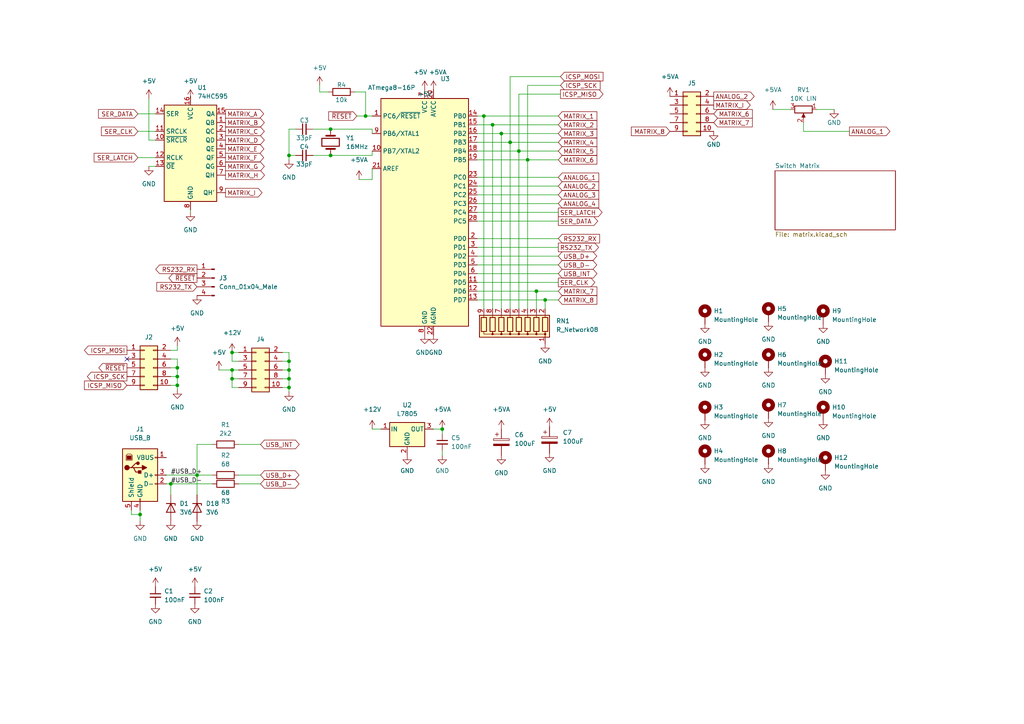
<source format=kicad_sch>
(kicad_sch (version 20230121) (generator eeschema)
  (paper "A4")
  (lib_symbols
    (symbol "74xx:74HC595"
      (property "Reference" "U" (at -7.62 13.97 0))
      (property "Value" "74HC595" (at -7.62 -16.51 0))
      (symbol "74HC595_1_0"
        (pin tri_state line (at 10.16 7.62 180) (length 2.54) (name "QB") (number "1"))
        (pin input line (at -10.16 2.54 0) (length 2.54) (name "~{SRCLR}") (number "10"))
        (pin input line (at -10.16 5.08 0) (length 2.54) (name "SRCLK") (number "11"))
        (pin input line (at -10.16 -2.54 0) (length 2.54) (name "RCLK") (number "12"))
        (pin input line (at -10.16 -5.08 0) (length 2.54) (name "~{OE}") (number "13"))
        (pin input line (at -10.16 10.16 0) (length 2.54) (name "SER") (number "14"))
        (pin tri_state line (at 10.16 10.16 180) (length 2.54) (name "QA") (number "15"))
        (pin power_in line (at 0 15.24 270) (length 2.54) (name "VCC") (number "16"))
        (pin tri_state line (at 10.16 5.08 180) (length 2.54) (name "QC") (number "2"))
        (pin tri_state line (at 10.16 2.54 180) (length 2.54) (name "QD") (number "3"))
        (pin tri_state line (at 10.16 0 180) (length 2.54) (name "QE") (number "4"))
        (pin tri_state line (at 10.16 -2.54 180) (length 2.54) (name "QF") (number "5"))
        (pin tri_state line (at 10.16 -5.08 180) (length 2.54) (name "QG") (number "6"))
        (pin tri_state line (at 10.16 -7.62 180) (length 2.54) (name "QH") (number "7"))
        (pin power_in line (at 0 -17.78 90) (length 2.54) (name "GND") (number "8"))
        (pin output line (at 10.16 -12.7 180) (length 2.54) (name "QH'") (number "9"))
      )
      (symbol "74HC595_1_1"
        (rectangle (start -7.62 12.7) (end 7.62 -15.24) (stroke (width 0.254)) (fill (type background)))
      )
    )
    (symbol "Connector:Conn_01x04_Male" (pin_names (offset 1.016) hide)
      (property "Reference" "J" (at 0 5.08 0))
      (property "Value" "Conn_01x04_Male" (at 0 -7.62 0))
      (symbol "Conn_01x04_Male_1_1"
        (polyline (pts (xy 1.27 -5.08) (xy 0.8636 -5.08)) (stroke (width 0.1524)))
        (polyline (pts (xy 1.27 -2.54) (xy 0.8636 -2.54)) (stroke (width 0.1524)))
        (polyline (pts (xy 1.27 0) (xy 0.8636 0)) (stroke (width 0.1524)))
        (polyline (pts (xy 1.27 2.54) (xy 0.8636 2.54)) (stroke (width 0.1524)))
        (rectangle (start 0.8636 -4.953) (end 0 -5.207) (stroke (width 0.1524)) (fill (type outline)))
        (rectangle (start 0.8636 -2.413) (end 0 -2.667) (stroke (width 0.1524)) (fill (type outline)))
        (rectangle (start 0.8636 0.127) (end 0 -0.127) (stroke (width 0.1524)) (fill (type outline)))
        (rectangle (start 0.8636 2.667) (end 0 2.413) (stroke (width 0.1524)) (fill (type outline)))
        (pin passive line (at 5.08 2.54 180) (length 3.81) (name "Pin_1") (number "1"))
        (pin passive line (at 5.08 0 180) (length 3.81) (name "Pin_2") (number "2"))
        (pin passive line (at 5.08 -2.54 180) (length 3.81) (name "Pin_3") (number "3"))
        (pin passive line (at 5.08 -5.08 180) (length 3.81) (name "Pin_4") (number "4"))
      )
    )
    (symbol "Connector:USB_B" (pin_names (offset 1.016))
      (property "Reference" "J" (at -5.08 11.43 0))
      (property "Value" "USB_B" (at -5.08 8.89 0))
      (symbol "USB_B_0_1"
        (rectangle (start -5.08 -7.62) (end 5.08 7.62) (stroke (width 0.254)) (fill (type background)))
        (circle (center -3.81 2.159) (radius 0.635) (stroke (width 0.254)) (fill (type outline)))
        (rectangle (start -3.81 5.588) (end -2.54 4.572) (fill (type outline)))
        (circle (center -0.635 3.429) (radius 0.381) (stroke (width 0.254)) (fill (type outline)))
        (rectangle (start -0.127 -7.62) (end 0.127 -6.858))
        (polyline (pts (xy -1.905 2.159) (xy 0.635 2.159)) (stroke (width 0.254)))
        (polyline (pts (xy -3.175 2.159) (xy -2.54 2.159) (xy -1.27 3.429) (xy -0.635 3.429)) (stroke (width 0.254)))
        (polyline (pts (xy -2.54 2.159) (xy -1.905 2.159) (xy -1.27 0.889) (xy 0 0.889)) (stroke (width 0.254)))
        (polyline (pts (xy 0.635 2.794) (xy 0.635 1.524) (xy 1.905 2.159) (xy 0.635 2.794)) (stroke (width 0.254)) (fill (type outline)))
        (polyline (pts (xy -4.064 4.318) (xy -2.286 4.318) (xy -2.286 5.715) (xy -2.667 6.096) (xy -3.683 6.096) (xy -4.064 5.715) (xy -4.064 4.318)))
        (rectangle (start 0.254 1.27) (end -0.508 0.508) (stroke (width 0.254)) (fill (type outline)))
        (rectangle (start 5.08 -2.667) (end 4.318 -2.413))
        (rectangle (start 5.08 -0.127) (end 4.318 0.127))
        (rectangle (start 5.08 4.953) (end 4.318 5.207))
      )
      (symbol "USB_B_1_1"
        (pin power_out line (at 7.62 5.08 180) (length 2.54) (name "VBUS") (number "1"))
        (pin bidirectional line (at 7.62 -2.54 180) (length 2.54) (name "D-") (number "2"))
        (pin bidirectional line (at 7.62 0 180) (length 2.54) (name "D+") (number "3"))
        (pin power_out line (at 0 -10.16 90) (length 2.54) (name "GND") (number "4"))
        (pin passive line (at -2.54 -10.16 90) (length 2.54) (name "Shield") (number "5"))
      )
    )
    (symbol "Connector_Generic:Conn_02x05_Odd_Even" (pin_names (offset 1.016) hide)
      (property "Reference" "J" (at 1.27 7.62 0))
      (property "Value" "Conn_02x05_Odd_Even" (at 1.27 -7.62 0))
      (symbol "Conn_02x05_Odd_Even_1_1"
        (rectangle (start -1.27 -4.953) (end 0 -5.207) (stroke (width 0.1524)))
        (rectangle (start -1.27 -2.413) (end 0 -2.667) (stroke (width 0.1524)))
        (rectangle (start -1.27 0.127) (end 0 -0.127) (stroke (width 0.1524)))
        (rectangle (start -1.27 2.667) (end 0 2.413) (stroke (width 0.1524)))
        (rectangle (start -1.27 5.207) (end 0 4.953) (stroke (width 0.1524)))
        (rectangle (start -1.27 6.35) (end 3.81 -6.35) (stroke (width 0.254)) (fill (type background)))
        (rectangle (start 3.81 -4.953) (end 2.54 -5.207) (stroke (width 0.1524)))
        (rectangle (start 3.81 -2.413) (end 2.54 -2.667) (stroke (width 0.1524)))
        (rectangle (start 3.81 0.127) (end 2.54 -0.127) (stroke (width 0.1524)))
        (rectangle (start 3.81 2.667) (end 2.54 2.413) (stroke (width 0.1524)))
        (rectangle (start 3.81 5.207) (end 2.54 4.953) (stroke (width 0.1524)))
        (pin passive line (at -5.08 5.08 0) (length 3.81) (name "Pin_1") (number "1"))
        (pin passive line (at 7.62 -5.08 180) (length 3.81) (name "Pin_10") (number "10"))
        (pin passive line (at 7.62 5.08 180) (length 3.81) (name "Pin_2") (number "2"))
        (pin passive line (at -5.08 2.54 0) (length 3.81) (name "Pin_3") (number "3"))
        (pin passive line (at 7.62 2.54 180) (length 3.81) (name "Pin_4") (number "4"))
        (pin passive line (at -5.08 0 0) (length 3.81) (name "Pin_5") (number "5"))
        (pin passive line (at 7.62 0 180) (length 3.81) (name "Pin_6") (number "6"))
        (pin passive line (at -5.08 -2.54 0) (length 3.81) (name "Pin_7") (number "7"))
        (pin passive line (at 7.62 -2.54 180) (length 3.81) (name "Pin_8") (number "8"))
        (pin passive line (at -5.08 -5.08 0) (length 3.81) (name "Pin_9") (number "9"))
      )
    )
    (symbol "Device:C_Polarized" (pin_numbers hide) (pin_names (offset 0.254))
      (property "Reference" "C" (at 0.635 2.54 0))
      (property "Value" "C_Polarized" (at 0.635 -2.54 0))
      (symbol "C_Polarized_0_1"
        (rectangle (start -2.286 0.508) (end 2.286 1.016))
        (polyline (pts (xy -1.778 2.286) (xy -0.762 2.286)))
        (polyline (pts (xy -1.27 2.794) (xy -1.27 1.778)))
        (rectangle (start 2.286 -0.508) (end -2.286 -1.016) (fill (type outline)))
      )
      (symbol "C_Polarized_1_1"
        (pin passive line (at 0 3.81 270) (length 2.794) (name "~") (number "1"))
        (pin passive line (at 0 -3.81 90) (length 2.794) (name "~") (number "2"))
      )
    )
    (symbol "Device:C_Small" (pin_numbers hide) (pin_names (offset 0.254) hide)
      (property "Reference" "C" (at 0.254 1.778 0))
      (property "Value" "C_Small" (at 0.254 -2.032 0))
      (symbol "C_Small_0_1"
        (polyline (pts (xy -1.524 -0.508) (xy 1.524 -0.508)) (stroke (width 0.3302)))
        (polyline (pts (xy -1.524 0.508) (xy 1.524 0.508)) (stroke (width 0.3048)))
      )
      (symbol "C_Small_1_1"
        (pin passive line (at 0 2.54 270) (length 2.032) (name "~") (number "1"))
        (pin passive line (at 0 -2.54 90) (length 2.032) (name "~") (number "2"))
      )
    )
    (symbol "Device:Crystal" (pin_numbers hide) (pin_names (offset 1.016) hide)
      (property "Reference" "Y" (at 0 3.81 0))
      (property "Value" "Crystal" (at 0 -3.81 0))
      (symbol "Crystal_0_1"
        (rectangle (start -1.143 2.54) (end 1.143 -2.54) (stroke (width 0.3048)))
        (polyline (pts (xy -2.54 0) (xy -1.905 0)))
        (polyline (pts (xy -1.905 -1.27) (xy -1.905 1.27)) (stroke (width 0.508)))
        (polyline (pts (xy 1.905 -1.27) (xy 1.905 1.27)) (stroke (width 0.508)))
        (polyline (pts (xy 2.54 0) (xy 1.905 0)))
      )
      (symbol "Crystal_1_1"
        (pin passive line (at -3.81 0 0) (length 1.27) (name "1") (number "1"))
        (pin passive line (at 3.81 0 180) (length 1.27) (name "2") (number "2"))
      )
    )
    (symbol "Device:D_Zener" (pin_numbers hide) (pin_names (offset 1.016) hide)
      (property "Reference" "D" (at 0 2.54 0))
      (property "Value" "D_Zener" (at 0 -2.54 0))
      (symbol "D_Zener_0_1"
        (polyline (pts (xy 1.27 0) (xy -1.27 0)))
        (polyline (pts (xy -1.27 -1.27) (xy -1.27 1.27) (xy -0.762 1.27)) (stroke (width 0.254)))
        (polyline (pts (xy 1.27 -1.27) (xy 1.27 1.27) (xy -1.27 0) (xy 1.27 -1.27)) (stroke (width 0.254)))
      )
      (symbol "D_Zener_1_1"
        (pin passive line (at -3.81 0 0) (length 2.54) (name "K") (number "1"))
        (pin passive line (at 3.81 0 180) (length 2.54) (name "A") (number "2"))
      )
    )
    (symbol "Device:R" (pin_numbers hide) (pin_names (offset 0))
      (property "Reference" "R" (at 2.032 0 90))
      (property "Value" "R" (at 0 0 90))
      (symbol "R_0_1"
        (rectangle (start -1.016 -2.54) (end 1.016 2.54) (stroke (width 0.254)))
      )
      (symbol "R_1_1"
        (pin passive line (at 0 3.81 270) (length 1.27) (name "~") (number "1"))
        (pin passive line (at 0 -3.81 90) (length 1.27) (name "~") (number "2"))
      )
    )
    (symbol "Device:R_Network08" (pin_names (offset 0) hide)
      (property "Reference" "RN" (at -12.7 0 90))
      (property "Value" "R_Network08" (at 10.16 0 90))
      (symbol "R_Network08_0_1"
        (rectangle (start -11.43 -3.175) (end 8.89 3.175) (stroke (width 0.254)) (fill (type background)))
        (rectangle (start -10.922 1.524) (end -9.398 -2.54) (stroke (width 0.254)))
        (circle (center -10.16 2.286) (radius 0.254) (fill (type outline)))
        (rectangle (start -8.382 1.524) (end -6.858 -2.54) (stroke (width 0.254)))
        (circle (center -7.62 2.286) (radius 0.254) (fill (type outline)))
        (rectangle (start -5.842 1.524) (end -4.318 -2.54) (stroke (width 0.254)))
        (circle (center -5.08 2.286) (radius 0.254) (fill (type outline)))
        (rectangle (start -3.302 1.524) (end -1.778 -2.54) (stroke (width 0.254)))
        (circle (center -2.54 2.286) (radius 0.254) (fill (type outline)))
        (rectangle (start -0.762 1.524) (end 0.762 -2.54) (stroke (width 0.254)))
        (polyline (pts (xy -10.16 -2.54) (xy -10.16 -3.81)))
        (polyline (pts (xy -7.62 -2.54) (xy -7.62 -3.81)))
        (polyline (pts (xy -5.08 -2.54) (xy -5.08 -3.81)))
        (polyline (pts (xy -2.54 -2.54) (xy -2.54 -3.81)))
        (polyline (pts (xy 0 -2.54) (xy 0 -3.81)))
        (polyline (pts (xy 2.54 -2.54) (xy 2.54 -3.81)))
        (polyline (pts (xy 5.08 -2.54) (xy 5.08 -3.81)))
        (polyline (pts (xy 7.62 -2.54) (xy 7.62 -3.81)))
        (polyline (pts (xy -10.16 1.524) (xy -10.16 2.286) (xy -7.62 2.286) (xy -7.62 1.524)))
        (polyline (pts (xy -7.62 1.524) (xy -7.62 2.286) (xy -5.08 2.286) (xy -5.08 1.524)))
        (polyline (pts (xy -5.08 1.524) (xy -5.08 2.286) (xy -2.54 2.286) (xy -2.54 1.524)))
        (polyline (pts (xy -2.54 1.524) (xy -2.54 2.286) (xy 0 2.286) (xy 0 1.524)))
        (polyline (pts (xy 0 1.524) (xy 0 2.286) (xy 2.54 2.286) (xy 2.54 1.524)))
        (polyline (pts (xy 2.54 1.524) (xy 2.54 2.286) (xy 5.08 2.286) (xy 5.08 1.524)))
        (polyline (pts (xy 5.08 1.524) (xy 5.08 2.286) (xy 7.62 2.286) (xy 7.62 1.524)))
        (circle (center 0 2.286) (radius 0.254) (fill (type outline)))
        (rectangle (start 1.778 1.524) (end 3.302 -2.54) (stroke (width 0.254)))
        (circle (center 2.54 2.286) (radius 0.254) (fill (type outline)))
        (rectangle (start 4.318 1.524) (end 5.842 -2.54) (stroke (width 0.254)))
        (circle (center 5.08 2.286) (radius 0.254) (fill (type outline)))
        (rectangle (start 6.858 1.524) (end 8.382 -2.54) (stroke (width 0.254)))
      )
      (symbol "R_Network08_1_1"
        (pin passive line (at -10.16 5.08 270) (length 2.54) (name "common") (number "1"))
        (pin passive line (at -10.16 -5.08 90) (length 1.27) (name "R1") (number "2"))
        (pin passive line (at -7.62 -5.08 90) (length 1.27) (name "R2") (number "3"))
        (pin passive line (at -5.08 -5.08 90) (length 1.27) (name "R3") (number "4"))
        (pin passive line (at -2.54 -5.08 90) (length 1.27) (name "R4") (number "5"))
        (pin passive line (at 0 -5.08 90) (length 1.27) (name "R5") (number "6"))
        (pin passive line (at 2.54 -5.08 90) (length 1.27) (name "R6") (number "7"))
        (pin passive line (at 5.08 -5.08 90) (length 1.27) (name "R7") (number "8"))
        (pin passive line (at 7.62 -5.08 90) (length 1.27) (name "R8") (number "9"))
      )
    )
    (symbol "Device:R_Potentiometer" (pin_names (offset 1.016) hide)
      (property "Reference" "RV" (at -4.445 0 90))
      (property "Value" "R_Potentiometer" (at -2.54 0 90))
      (symbol "R_Potentiometer_0_1"
        (polyline (pts (xy 2.54 0) (xy 1.524 0)))
        (polyline (pts (xy 1.143 0) (xy 2.286 0.508) (xy 2.286 -0.508) (xy 1.143 0)) (fill (type outline)))
        (rectangle (start 1.016 2.54) (end -1.016 -2.54) (stroke (width 0.254)))
      )
      (symbol "R_Potentiometer_1_1"
        (pin passive line (at 0 3.81 270) (length 1.27) (name "1") (number "1"))
        (pin passive line (at 3.81 0 180) (length 1.27) (name "2") (number "2"))
        (pin passive line (at 0 -3.81 90) (length 1.27) (name "3") (number "3"))
      )
    )
    (symbol "MCU_Microchip_ATmega:ATmega8-16P"
      (property "Reference" "U" (at -12.7 34.29 0))
      (property "Value" "ATmega8-16P" (at 5.08 -34.29 0))
      (symbol "ATmega8-16P_0_1"
        (rectangle (start -12.7 -33.02) (end 12.7 33.02) (stroke (width 0.254)) (fill (type background)))
      )
      (symbol "ATmega8-16P_1_1"
        (pin bidirectional line (at -15.24 27.94 0) (length 2.54) (name "PC6/~{RESET}") (number "1"))
        (pin bidirectional line (at -15.24 17.78 0) (length 2.54) (name "PB7/XTAL2") (number "10"))
        (pin bidirectional line (at 15.24 -20.32 180) (length 2.54) (name "PD5") (number "11"))
        (pin bidirectional line (at 15.24 -22.86 180) (length 2.54) (name "PD6") (number "12"))
        (pin bidirectional line (at 15.24 -25.4 180) (length 2.54) (name "PD7") (number "13"))
        (pin bidirectional line (at 15.24 27.94 180) (length 2.54) (name "PB0") (number "14"))
        (pin bidirectional line (at 15.24 25.4 180) (length 2.54) (name "PB1") (number "15"))
        (pin bidirectional line (at 15.24 22.86 180) (length 2.54) (name "PB2") (number "16"))
        (pin bidirectional line (at 15.24 20.32 180) (length 2.54) (name "PB3") (number "17"))
        (pin bidirectional line (at 15.24 17.78 180) (length 2.54) (name "PB4") (number "18"))
        (pin bidirectional line (at 15.24 15.24 180) (length 2.54) (name "PB5") (number "19"))
        (pin bidirectional line (at 15.24 -7.62 180) (length 2.54) (name "PD0") (number "2"))
        (pin power_in line (at 2.54 35.56 270) (length 2.54) (name "AVCC") (number "20"))
        (pin passive line (at -15.24 12.7 0) (length 2.54) (name "AREF") (number "21"))
        (pin power_in line (at 2.54 -35.56 90) (length 2.54) (name "AGND") (number "22"))
        (pin bidirectional line (at 15.24 10.16 180) (length 2.54) (name "PC0") (number "23"))
        (pin bidirectional line (at 15.24 7.62 180) (length 2.54) (name "PC1") (number "24"))
        (pin bidirectional line (at 15.24 5.08 180) (length 2.54) (name "PC2") (number "25"))
        (pin bidirectional line (at 15.24 2.54 180) (length 2.54) (name "PC3") (number "26"))
        (pin bidirectional line (at 15.24 0 180) (length 2.54) (name "PC4") (number "27"))
        (pin bidirectional line (at 15.24 -2.54 180) (length 2.54) (name "PC5") (number "28"))
        (pin bidirectional line (at 15.24 -10.16 180) (length 2.54) (name "PD1") (number "3"))
        (pin bidirectional line (at 15.24 -12.7 180) (length 2.54) (name "PD2") (number "4"))
        (pin bidirectional line (at 15.24 -15.24 180) (length 2.54) (name "PD3") (number "5"))
        (pin bidirectional line (at 15.24 -17.78 180) (length 2.54) (name "PD4") (number "6"))
        (pin power_in line (at 0 35.56 270) (length 2.54) (name "VCC") (number "7"))
        (pin power_in line (at 0 -35.56 90) (length 2.54) (name "GND") (number "8"))
        (pin bidirectional line (at -15.24 22.86 0) (length 2.54) (name "PB6/XTAL1") (number "9"))
      )
    )
    (symbol "Mechanical:MountingHole_Pad" (pin_numbers hide) (pin_names (offset 1.016) hide)
      (property "Reference" "H" (at 0 6.35 0))
      (property "Value" "MountingHole_Pad" (at 0 4.445 0))
      (symbol "MountingHole_Pad_0_1"
        (circle (center 0 1.27) (radius 1.27) (stroke (width 1.27)))
      )
      (symbol "MountingHole_Pad_1_1"
        (pin input line (at 0 -2.54 90) (length 2.54) (name "1") (number "1"))
      )
    )
    (symbol "Regulator_Linear:L7805" (pin_names (offset 0.254))
      (property "Reference" "U" (at -3.81 3.175 0))
      (property "Value" "L7805" (at 0 3.175 0))
      (symbol "L7805_0_1"
        (rectangle (start -5.08 1.905) (end 5.08 -5.08) (stroke (width 0.254)) (fill (type background)))
      )
      (symbol "L7805_1_1"
        (pin power_in line (at -7.62 0 0) (length 2.54) (name "IN") (number "1"))
        (pin power_in line (at 0 -7.62 90) (length 2.54) (name "GND") (number "2"))
        (pin power_out line (at 7.62 0 180) (length 2.54) (name "OUT") (number "3"))
      )
    )
    (symbol "power:+12V" (power) (pin_names (offset 0))
      (property "Value" "+12V" (at 0 3.556 0))
      (symbol "+12V_0_1"
        (polyline (pts (xy -0.762 1.27) (xy 0 2.54)))
        (polyline (pts (xy 0 0) (xy 0 2.54)))
        (polyline (pts (xy 0 2.54) (xy 0.762 1.27)))
      )
      (symbol "+12V_1_1"
        (pin power_in line (at 0 0 90) (length 0) hide (name "+12V") (number "1"))
      )
    )
    (symbol "power:+5V" (power) (pin_names (offset 0))
      (property "Value" "+5V" (at 0 3.556 0))
      (symbol "+5V_0_1"
        (polyline (pts (xy -0.762 1.27) (xy 0 2.54)))
        (polyline (pts (xy 0 0) (xy 0 2.54)))
        (polyline (pts (xy 0 2.54) (xy 0.762 1.27)))
      )
      (symbol "+5V_1_1"
        (pin power_in line (at 0 0 90) (length 0) hide (name "+5V") (number "1"))
      )
    )
    (symbol "power:+5VA" (power) (pin_names (offset 0))
      (property "Value" "+5VA" (at 0 3.556 0))
      (symbol "+5VA_0_1"
        (polyline (pts (xy -0.762 1.27) (xy 0 2.54)))
        (polyline (pts (xy 0 0) (xy 0 2.54)))
        (polyline (pts (xy 0 2.54) (xy 0.762 1.27)))
      )
      (symbol "+5VA_1_1"
        (pin power_in line (at 0 0 90) (length 0) hide (name "+5VA") (number "1"))
      )
    )
    (symbol "power:GND" (power) (pin_names (offset 0))
      (property "Value" "GND" (at 0 -3.81 0))
      (symbol "GND_0_1"
        (polyline (pts (xy 0 0) (xy 0 -1.27) (xy 1.27 -1.27) (xy 0 -2.54) (xy -1.27 -1.27) (xy 0 -1.27)))
      )
      (symbol "GND_1_1"
        (pin power_in line (at 0 0 270) (length 0) hide (name "GND") (number "1"))
      )
    )
  )
  (junction (at 51.435 111.76))
  (junction (at 155.575 84.455))
  (junction (at 83.82 104.775))
  (junction (at 40.64 149.225))
  (junction (at 140.335 33.655))
  (junction (at 150.495 43.815))
  (junction (at 67.31 109.855))
  (junction (at 128.27 124.46))
  (junction (at 57.15 137.795))
  (junction (at 83.82 109.855))
  (junction (at 83.82 112.395))
  (junction (at 67.31 102.235))
  (junction (at 106.045 33.655))
  (junction (at 95.885 37.465))
  (junction (at 147.955 41.275))
  (junction (at 153.035 46.355))
  (junction (at 67.31 107.315))
  (junction (at 142.875 36.195))
  (junction (at 95.885 45.085))
  (junction (at 158.115 86.995))
  (junction (at 83.82 107.315))
  (junction (at 51.435 106.68))
  (junction (at 145.415 38.735))
  (junction (at 49.53 140.335))
  (junction (at 83.82 45.085))
  (junction (at 51.435 109.22))
  (no_connect (at 36.83 104.14))
  (wire (pts (xy 153.035 46.355) (xy 153.035 89.535)))
  (wire (pts (xy 43.18 40.64) (xy 45.085 40.64)))
  (wire (pts (xy 90.805 45.085) (xy 95.885 45.085)))
  (wire (pts (xy 107.95 45.085) (xy 107.95 43.815)))
  (wire (pts (xy 153.035 24.765) (xy 162.56 24.765)))
  (wire (pts (xy 161.925 53.975) (xy 138.43 53.975)))
  (wire (pts (xy 63.5 107.315) (xy 67.31 107.315)))
  (wire (pts (xy 49.53 140.335) (xy 49.53 143.51)))
  (wire (pts (xy 49.53 140.335) (xy 48.26 140.335)))
  (wire (pts (xy 40.005 33.02) (xy 45.085 33.02)))
  (wire (pts (xy 155.575 84.455) (xy 138.43 84.455)))
  (wire (pts (xy 224.155 31.75) (xy 229.235 31.75)))
  (wire (pts (xy 67.31 109.855) (xy 67.31 112.395)))
  (wire (pts (xy 107.95 37.465) (xy 107.95 38.735)))
  (wire (pts (xy 49.53 101.6) (xy 51.435 101.6)))
  (wire (pts (xy 83.82 37.465) (xy 85.725 37.465)))
  (wire (pts (xy 150.495 43.815) (xy 150.495 27.305)))
  (wire (pts (xy 103.505 33.655) (xy 106.045 33.655)))
  (wire (pts (xy 81.915 109.855) (xy 83.82 109.855)))
  (wire (pts (xy 49.53 106.68) (xy 51.435 106.68)))
  (wire (pts (xy 95.885 37.465) (xy 107.95 37.465)))
  (wire (pts (xy 67.31 104.775) (xy 69.215 104.775)))
  (wire (pts (xy 67.31 109.855) (xy 69.215 109.855)))
  (wire (pts (xy 150.495 27.305) (xy 162.56 27.305)))
  (wire (pts (xy 75.565 137.795) (xy 69.215 137.795)))
  (wire (pts (xy 128.27 125.73) (xy 128.27 124.46)))
  (wire (pts (xy 161.925 43.815) (xy 150.495 43.815)))
  (wire (pts (xy 246.38 38.1) (xy 233.045 38.1)))
  (wire (pts (xy 107.95 52.07) (xy 107.95 48.895)))
  (wire (pts (xy 57.15 128.905) (xy 61.595 128.905)))
  (wire (pts (xy 75.565 140.335) (xy 69.215 140.335)))
  (wire (pts (xy 51.435 109.22) (xy 51.435 111.76)))
  (wire (pts (xy 81.915 112.395) (xy 83.82 112.395)))
  (wire (pts (xy 145.415 38.735) (xy 138.43 38.735)))
  (wire (pts (xy 153.035 46.355) (xy 138.43 46.355)))
  (wire (pts (xy 40.64 149.225) (xy 40.64 147.955)))
  (wire (pts (xy 150.495 43.815) (xy 138.43 43.815)))
  (wire (pts (xy 233.045 38.1) (xy 233.045 35.56)))
  (wire (pts (xy 241.935 31.75) (xy 236.855 31.75)))
  (wire (pts (xy 83.82 45.085) (xy 85.725 45.085)))
  (wire (pts (xy 51.435 101.6) (xy 51.435 100.33)))
  (wire (pts (xy 69.215 102.235) (xy 67.31 102.235)))
  (wire (pts (xy 61.595 137.795) (xy 57.15 137.795)))
  (wire (pts (xy 161.925 51.435) (xy 138.43 51.435)))
  (wire (pts (xy 67.31 107.315) (xy 67.31 109.855)))
  (wire (pts (xy 83.82 104.775) (xy 83.82 107.315)))
  (wire (pts (xy 83.82 102.235) (xy 83.82 104.775)))
  (wire (pts (xy 95.885 45.085) (xy 107.95 45.085)))
  (wire (pts (xy 142.875 36.195) (xy 138.43 36.195)))
  (wire (pts (xy 40.64 149.225) (xy 38.1 149.225)))
  (wire (pts (xy 107.95 124.46) (xy 110.49 124.46)))
  (wire (pts (xy 128.27 124.46) (xy 125.73 124.46)))
  (wire (pts (xy 145.415 38.735) (xy 145.415 89.535)))
  (wire (pts (xy 40.005 38.1) (xy 45.085 38.1)))
  (wire (pts (xy 138.43 56.515) (xy 161.925 56.515)))
  (wire (pts (xy 83.82 46.355) (xy 83.82 45.085)))
  (wire (pts (xy 155.575 84.455) (xy 155.575 89.535)))
  (wire (pts (xy 81.915 102.235) (xy 83.82 102.235)))
  (wire (pts (xy 49.53 111.76) (xy 51.435 111.76)))
  (wire (pts (xy 142.875 36.195) (xy 142.875 89.535)))
  (wire (pts (xy 161.925 86.995) (xy 158.115 86.995)))
  (wire (pts (xy 104.14 52.07) (xy 107.95 52.07)))
  (wire (pts (xy 83.82 112.395) (xy 83.82 113.665)))
  (wire (pts (xy 161.925 81.915) (xy 138.43 81.915)))
  (wire (pts (xy 106.045 33.655) (xy 107.95 33.655)))
  (wire (pts (xy 57.15 137.795) (xy 48.26 137.795)))
  (wire (pts (xy 95.25 26.67) (xy 92.71 26.67)))
  (wire (pts (xy 51.435 106.68) (xy 51.435 109.22)))
  (wire (pts (xy 161.925 36.195) (xy 142.875 36.195)))
  (wire (pts (xy 92.71 24.765) (xy 92.71 26.67)))
  (wire (pts (xy 147.955 41.275) (xy 138.43 41.275)))
  (wire (pts (xy 57.15 137.795) (xy 57.15 143.51)))
  (wire (pts (xy 138.43 76.835) (xy 161.925 76.835)))
  (wire (pts (xy 147.955 41.275) (xy 147.955 89.535)))
  (wire (pts (xy 138.43 69.215) (xy 161.925 69.215)))
  (wire (pts (xy 128.27 132.08) (xy 128.27 130.81)))
  (wire (pts (xy 102.87 26.67) (xy 106.045 26.67)))
  (wire (pts (xy 161.925 64.135) (xy 138.43 64.135)))
  (wire (pts (xy 161.925 46.355) (xy 153.035 46.355)))
  (wire (pts (xy 153.035 46.355) (xy 153.035 24.765)))
  (wire (pts (xy 161.925 71.755) (xy 138.43 71.755)))
  (wire (pts (xy 55.245 60.96) (xy 55.245 61.595)))
  (wire (pts (xy 140.335 33.655) (xy 138.43 33.655)))
  (wire (pts (xy 67.31 107.315) (xy 69.215 107.315)))
  (wire (pts (xy 147.955 22.225) (xy 162.56 22.225)))
  (wire (pts (xy 106.045 26.67) (xy 106.045 33.655)))
  (wire (pts (xy 49.53 109.22) (xy 51.435 109.22)))
  (wire (pts (xy 161.925 38.735) (xy 145.415 38.735)))
  (wire (pts (xy 49.53 104.14) (xy 51.435 104.14)))
  (wire (pts (xy 158.115 86.995) (xy 138.43 86.995)))
  (wire (pts (xy 57.15 137.795) (xy 57.15 128.905)))
  (wire (pts (xy 150.495 43.815) (xy 150.495 89.535)))
  (wire (pts (xy 40.64 151.13) (xy 40.64 149.225)))
  (wire (pts (xy 147.955 41.275) (xy 147.955 22.225)))
  (wire (pts (xy 83.82 45.085) (xy 83.82 37.465)))
  (wire (pts (xy 161.925 84.455) (xy 155.575 84.455)))
  (wire (pts (xy 51.435 104.14) (xy 51.435 106.68)))
  (wire (pts (xy 81.915 104.775) (xy 83.82 104.775)))
  (wire (pts (xy 161.925 41.275) (xy 147.955 41.275)))
  (wire (pts (xy 38.1 149.225) (xy 38.1 147.955)))
  (wire (pts (xy 51.435 111.76) (xy 51.435 113.03)))
  (wire (pts (xy 67.31 102.235) (xy 67.31 104.775)))
  (wire (pts (xy 43.18 28.575) (xy 43.18 40.64)))
  (wire (pts (xy 55.245 27.94) (xy 55.245 28.575)))
  (wire (pts (xy 140.335 33.655) (xy 140.335 89.535)))
  (wire (pts (xy 40.005 45.72) (xy 45.085 45.72)))
  (wire (pts (xy 161.925 61.595) (xy 138.43 61.595)))
  (wire (pts (xy 161.925 33.655) (xy 140.335 33.655)))
  (wire (pts (xy 61.595 140.335) (xy 49.53 140.335)))
  (wire (pts (xy 83.82 109.855) (xy 83.82 112.395)))
  (wire (pts (xy 69.215 128.905) (xy 75.565 128.905)))
  (wire (pts (xy 83.82 107.315) (xy 83.82 109.855)))
  (wire (pts (xy 158.115 86.995) (xy 158.115 89.535)))
  (wire (pts (xy 81.915 107.315) (xy 83.82 107.315)))
  (wire (pts (xy 43.18 48.26) (xy 45.085 48.26)))
  (wire (pts (xy 138.43 79.375) (xy 161.925 79.375)))
  (wire (pts (xy 138.43 74.295) (xy 161.925 74.295)))
  (wire (pts (xy 90.805 37.465) (xy 95.885 37.465)))
  (wire (pts (xy 67.31 112.395) (xy 69.215 112.395)))
  (wire (pts (xy 161.925 59.055) (xy 138.43 59.055)))
  (label "#USB_D-" (at 49.53 140.335 0))
  (label "#USB_D+" (at 49.53 137.795 0))
  (global_label "ICSP_MOSI" (shape input) (at 162.56 22.225 0) (property "Intersheetrefs" "${INTERSHEET_REFS}" (effects hide)))
  (global_label "RS232_TX" (shape output) (at 161.925 71.755 0) (property "Intersheetrefs" "${INTERSHEET_REFS}" (effects hide)))
  (global_label "RS232_RX" (shape input) (at 161.925 69.215 0) (property "Intersheetrefs" "${INTERSHEET_REFS}" (effects hide)))
  (global_label "USB_D+" (shape bidirectional) (at 75.565 137.795 0) (property "Intersheetrefs" "${INTERSHEET_REFS}" (effects hide)))
  (global_label "SER_CLK" (shape output) (at 161.925 81.915 0) (property "Intersheetrefs" "${INTERSHEET_REFS}" (effects hide)))
  (global_label "MATRIX_I" (shape output) (at 65.405 55.88 0) (property "Intersheetrefs" "${INTERSHEET_REFS}" (effects hide)))
  (global_label "SER_DATA" (shape output) (at 161.925 64.135 0) (property "Intersheetrefs" "${INTERSHEET_REFS}" (effects hide)))
  (global_label "USB_D-" (shape bidirectional) (at 75.565 140.335 0) (property "Intersheetrefs" "${INTERSHEET_REFS}" (effects hide)))
  (global_label "ANALOG_2" (shape output) (at 207.01 27.94 0) (property "Intersheetrefs" "${INTERSHEET_REFS}" (effects hide)))
  (global_label "MATRIX_G" (shape output) (at 65.405 48.26 0) (property "Intersheetrefs" "${INTERSHEET_REFS}" (effects hide)))
  (global_label "MATRIX_1" (shape input) (at 161.925 33.655 0) (property "Intersheetrefs" "${INTERSHEET_REFS}" (effects hide)))
  (global_label "MATRIX_I" (shape output) (at 207.01 30.48 0) (property "Intersheetrefs" "${INTERSHEET_REFS}" (effects hide)))
  (global_label "MATRIX_5" (shape input) (at 161.925 43.815 0) (property "Intersheetrefs" "${INTERSHEET_REFS}" (effects hide)))
  (global_label "MATRIX_H" (shape output) (at 65.405 50.8 0) (property "Intersheetrefs" "${INTERSHEET_REFS}" (effects hide)))
  (global_label "MATRIX_6" (shape input) (at 207.01 33.02 0) (property "Intersheetrefs" "${INTERSHEET_REFS}" (effects hide)))
  (global_label "ICSP_MOSI" (shape output) (at 36.83 101.6 180) (property "Intersheetrefs" "${INTERSHEET_REFS}" (effects hide)))
  (global_label "ANALOG_1" (shape input) (at 161.925 51.435 0) (property "Intersheetrefs" "${INTERSHEET_REFS}" (effects hide)))
  (global_label "MATRIX_6" (shape input) (at 161.925 46.355 0) (property "Intersheetrefs" "${INTERSHEET_REFS}" (effects hide)))
  (global_label "MATRIX_4" (shape input) (at 161.925 41.275 0) (property "Intersheetrefs" "${INTERSHEET_REFS}" (effects hide)))
  (global_label "MATRIX_7" (shape input) (at 161.925 84.455 0) (property "Intersheetrefs" "${INTERSHEET_REFS}" (effects hide)))
  (global_label "RS232_TX" (shape input) (at 57.15 83.185 180) (property "Intersheetrefs" "${INTERSHEET_REFS}" (effects hide)))
  (global_label "MATRIX_E" (shape output) (at 65.405 43.18 0) (property "Intersheetrefs" "${INTERSHEET_REFS}" (effects hide)))
  (global_label "USB_INT" (shape bidirectional) (at 161.925 79.375 0) (property "Intersheetrefs" "${INTERSHEET_REFS}" (effects hide)))
  (global_label "~{RESET}" (shape input) (at 103.505 33.655 180) (property "Intersheetrefs" "${INTERSHEET_REFS}" (effects hide)))
  (global_label "MATRIX_B" (shape output) (at 65.405 35.56 0) (property "Intersheetrefs" "${INTERSHEET_REFS}" (effects hide)))
  (global_label "SER_DATA" (shape input) (at 40.005 33.02 180) (property "Intersheetrefs" "${INTERSHEET_REFS}" (effects hide)))
  (global_label "~{RESET}" (shape output) (at 57.15 80.645 180) (property "Intersheetrefs" "${INTERSHEET_REFS}" (effects hide)))
  (global_label "USB_D+" (shape bidirectional) (at 161.925 74.295 0) (property "Intersheetrefs" "${INTERSHEET_REFS}" (effects hide)))
  (global_label "ICSP_MISO" (shape output) (at 162.56 27.305 0) (property "Intersheetrefs" "${INTERSHEET_REFS}" (effects hide)))
  (global_label "~{RESET}" (shape output) (at 36.83 106.68 180) (property "Intersheetrefs" "${INTERSHEET_REFS}" (effects hide)))
  (global_label "MATRIX_D" (shape output) (at 65.405 40.64 0) (property "Intersheetrefs" "${INTERSHEET_REFS}" (effects hide)))
  (global_label "MATRIX_8" (shape input) (at 161.925 86.995 0) (property "Intersheetrefs" "${INTERSHEET_REFS}" (effects hide)))
  (global_label "MATRIX_2" (shape input) (at 161.925 36.195 0) (property "Intersheetrefs" "${INTERSHEET_REFS}" (effects hide)))
  (global_label "MATRIX_7" (shape input) (at 207.01 35.56 0) (property "Intersheetrefs" "${INTERSHEET_REFS}" (effects hide)))
  (global_label "SER_LATCH" (shape output) (at 161.925 61.595 0) (property "Intersheetrefs" "${INTERSHEET_REFS}" (effects hide)))
  (global_label "ICSP_MISO" (shape input) (at 36.83 111.76 180) (property "Intersheetrefs" "${INTERSHEET_REFS}" (effects hide)))
  (global_label "ANALOG_3" (shape input) (at 161.925 56.515 0) (property "Intersheetrefs" "${INTERSHEET_REFS}" (effects hide)))
  (global_label "ANALOG_2" (shape input) (at 161.925 53.975 0) (property "Intersheetrefs" "${INTERSHEET_REFS}" (effects hide)))
  (global_label "MATRIX_3" (shape input) (at 161.925 38.735 0) (property "Intersheetrefs" "${INTERSHEET_REFS}" (effects hide)))
  (global_label "SER_CLK" (shape input) (at 40.005 38.1 180) (property "Intersheetrefs" "${INTERSHEET_REFS}" (effects hide)))
  (global_label "SER_LATCH" (shape input) (at 40.005 45.72 180) (property "Intersheetrefs" "${INTERSHEET_REFS}" (effects hide)))
  (global_label "MATRIX_A" (shape output) (at 65.405 33.02 0) (property "Intersheetrefs" "${INTERSHEET_REFS}" (effects hide)))
  (global_label "USB_INT" (shape bidirectional) (at 75.565 128.905 0) (property "Intersheetrefs" "${INTERSHEET_REFS}" (effects hide)))
  (global_label "ICSP_SCK" (shape input) (at 162.56 24.765 0) (property "Intersheetrefs" "${INTERSHEET_REFS}" (effects hide)))
  (global_label "ANALOG_4" (shape input) (at 161.925 59.055 0) (property "Intersheetrefs" "${INTERSHEET_REFS}" (effects hide)))
  (global_label "MATRIX_8" (shape input) (at 194.31 38.1 180) (property "Intersheetrefs" "${INTERSHEET_REFS}" (effects hide)))
  (global_label "ICSP_SCK" (shape output) (at 36.83 109.22 180) (property "Intersheetrefs" "${INTERSHEET_REFS}" (effects hide)))
  (global_label "USB_D-" (shape bidirectional) (at 161.925 76.835 0) (property "Intersheetrefs" "${INTERSHEET_REFS}" (effects hide)))
  (global_label "MATRIX_F" (shape output) (at 65.405 45.72 0) (property "Intersheetrefs" "${INTERSHEET_REFS}" (effects hide)))
  (global_label "ANALOG_1" (shape output) (at 246.38 38.1 0) (property "Intersheetrefs" "${INTERSHEET_REFS}" (effects hide)))
  (global_label "MATRIX_C" (shape output) (at 65.405 38.1 0) (property "Intersheetrefs" "${INTERSHEET_REFS}" (effects hide)))
  (global_label "RS232_RX" (shape output) (at 57.15 78.105 180) (property "Intersheetrefs" "${INTERSHEET_REFS}" (effects hide)))
  (symbol (lib_id "power:+5V") (at 51.435 100.33 0) (mirror y) (unit 1)
    (property "Reference" "#PWR07" (effects hide))
    (property "Value" "+5V" (at 51.435 95.25 0))
  )
  (symbol (lib_id "power:GND") (at 118.11 132.08 0) (unit 1)
    (property "Reference" "#PWR022" (effects hide))
    (property "Value" "GND" (at 118.11 136.525 0))
  )
  (symbol (lib_id "power:GND") (at 55.245 61.595 0) (mirror y) (unit 1)
    (property "Reference" "#PWR010" (effects hide))
    (property "Value" "GND" (at 55.245 66.675 0))
  )
  (symbol (lib_id "Device:C_Polarized") (at 145.415 128.27 0) (unit 1)
    (property "Reference" "C6" (at 149.225 126.1109 0) (effects (justify left)))
    (property "Value" "100uF" (at 149.225 128.6509 0) (effects (justify left)))
    (property "Footprint" "Capacitor_THT:CP_Radial_D8.0mm_P2.50mm" (effects hide))
  )
  (symbol (lib_id "power:+5V") (at 45.085 170.18 0) (unit 1)
    (property "Reference" "#PWR04" (effects hide))
    (property "Value" "+5V" (at 45.085 165.1 0))
  )
  (symbol (lib_id "power:+5VA") (at 104.14 52.07 0) (unit 1)
    (property "Reference" "#PWR020" (effects hide))
    (property "Value" "+5VA" (at 104.14 46.355 0))
  )
  (symbol (lib_id "power:GND") (at 238.76 121.92 0) (mirror y) (unit 1)
    (property "Reference" "#PWR045" (effects hide))
    (property "Value" "GND" (at 238.76 127 0))
  )
  (symbol (lib_id "Connector:Conn_01x04_Male") (at 62.23 80.645 0) (mirror y) (unit 1)
    (property "Reference" "J3" (at 63.5 80.6449 0) (effects (justify right)))
    (property "Value" "Conn_01x04_Male" (at 63.5 83.1849 0) (effects (justify right)))
    (property "Footprint" "Connector_JST:JST_EH_B4B-EH-A_1x04_P2.50mm_Vertical" (effects hide))
  )
  (symbol (lib_id "Mechanical:MountingHole_Pad") (at 222.885 104.14 0) (unit 1)
    (property "Reference" "H6" (at 225.425 102.8699 0) (effects (justify left)))
    (property "Value" "MountingHole" (at 225.425 105.4099 0) (effects (justify left)))
    (property "Footprint" "MountingHole:MountingHole_3.2mm_M3_DIN965_Pad" (effects hide))
  )
  (symbol (lib_id "power:GND") (at 56.515 175.26 0) (unit 1)
    (property "Reference" "#PWR012" (effects hide))
    (property "Value" "GND" (at 56.515 180.34 0))
  )
  (symbol (lib_id "power:GND") (at 222.885 121.285 0) (mirror y) (unit 1)
    (property "Reference" "#PWR041" (effects hide))
    (property "Value" "GND" (at 222.885 126.365 0))
  )
  (symbol (lib_id "Mechanical:MountingHole_Pad") (at 204.47 104.14 0) (unit 1)
    (property "Reference" "H2" (at 207.01 102.8699 0) (effects (justify left)))
    (property "Value" "MountingHole" (at 207.01 105.4099 0) (effects (justify left)))
    (property "Footprint" "MountingHole:MountingHole_3.2mm_M3_DIN965_Pad" (effects hide))
  )
  (symbol (lib_id "power:+5V") (at 123.19 32.385 0) (mirror y) (unit 1)
    (property "Reference" "#PWR024" (effects hide))
    (property "Value" "+5V" (at 123.19 27.305 0))
  )
  (symbol (lib_id "power:GND") (at 241.935 31.75 0) (unit 1)
    (property "Reference" "#PWR048" (effects hide))
    (property "Value" "GND" (at 241.935 35.56 0))
  )
  (symbol (lib_id "Mechanical:MountingHole_Pad") (at 239.395 133.985 0) (unit 1)
    (property "Reference" "H12" (at 241.935 132.7149 0) (effects (justify left)))
    (property "Value" "MountingHole" (at 241.935 135.2549 0) (effects (justify left)))
    (property "Footprint" "MountingHole:MountingHole_3.2mm_M3_DIN965_Pad" (effects hide))
  )
  (symbol (lib_id "power:GND") (at 222.885 106.68 0) (mirror y) (unit 1)
    (property "Reference" "#PWR040" (effects hide))
    (property "Value" "GND" (at 222.885 111.76 0))
  )
  (symbol (lib_id "power:+5VA") (at 224.155 31.75 0) (unit 1)
    (property "Reference" "#PWR0102" (effects hide))
    (property "Value" "+5VA" (at 224.155 26.035 0))
  )
  (symbol (lib_id "MCU_Microchip_ATmega:ATmega8-16P") (at 123.19 61.595 0) (unit 1)
    (property "Reference" "U3" (at 127.7494 22.86 0) (effects (justify left)))
    (property "Value" "ATmega8-16P" (at 106.68 25.4 0) (effects (justify left)))
    (property "Footprint" "Package_DIP:DIP-28_W7.62mm_LongPads" (effects hide))
    (property "Datasheet" "http://ww1.microchip.com/downloads/en/DeviceDoc/atmel-2486-8-bit-avr-microcontroller-atmega8_l_datasheet.pdf" (effects hide))
  )
  (symbol (lib_id "power:+12V") (at 107.95 124.46 0) (unit 1)
    (property "Reference" "#PWR021" (effects hide))
    (property "Value" "+12V" (at 107.95 118.745 0))
  )
  (symbol (lib_id "power:GND") (at 222.885 93.345 0) (mirror y) (unit 1)
    (property "Reference" "#PWR039" (effects hide))
    (property "Value" "GND" (at 222.885 98.425 0))
  )
  (symbol (lib_id "power:+12V") (at 67.31 102.235 0) (unit 1)
    (property "Reference" "#PWR016" (effects hide))
    (property "Value" "+12V" (at 67.31 96.52 0))
  )
  (symbol (lib_id "Device:Crystal") (at 95.885 41.275 90) (unit 1)
    (property "Reference" "Y1" (at 100.33 40.0049 90) (effects (justify right)))
    (property "Value" "16MHz" (at 100.33 42.5449 90) (effects (justify right)))
    (property "Footprint" "Crystal:Crystal_HC18-U_Vertical" (effects hide))
  )
  (symbol (lib_id "Device:C_Small") (at 56.515 172.72 0) (unit 1)
    (property "Reference" "C2" (at 59.055 171.4562 0) (effects (justify left)))
    (property "Value" "100nF" (at 59.055 173.9962 0) (effects (justify left)))
    (property "Footprint" "Capacitor_THT:C_Rect_L7.0mm_W2.0mm_P5.00mm" (effects hide))
  )
  (symbol (lib_id "Mechanical:MountingHole_Pad") (at 204.47 132.08 0) (unit 1)
    (property "Reference" "H4" (at 207.01 130.8099 0) (effects (justify left)))
    (property "Value" "MountingHole" (at 207.01 133.3499 0) (effects (justify left)))
    (property "Footprint" "MountingHole:MountingHole_3.2mm_M3_DIN965_Pad" (effects hide))
  )
  (symbol (lib_id "Device:R") (at 65.405 128.905 90) (unit 1)
    (property "Reference" "R1" (at 65.405 123.19 90))
    (property "Value" "2k2" (at 65.405 125.73 90))
    (property "Footprint" "Resistor_THT:R_Axial_DIN0207_L6.3mm_D2.5mm_P7.62mm_Horizontal" (effects hide))
  )
  (symbol (lib_id "power:GND") (at 40.64 151.13 0) (mirror y) (unit 1)
    (property "Reference" "#PWR01" (effects hide))
    (property "Value" "GND" (at 40.64 156.21 0))
  )
  (symbol (lib_id "Device:C_Small") (at 128.27 128.27 0) (unit 1)
    (property "Reference" "C5" (at 130.81 127.0062 0) (effects (justify left)))
    (property "Value" "100nF" (at 130.81 129.5462 0) (effects (justify left)))
    (property "Footprint" "Capacitor_THT:C_Rect_L7.0mm_W2.0mm_P5.00mm" (effects hide))
  )
  (symbol (lib_id "power:GND") (at 158.115 99.695 0) (mirror y) (unit 1)
    (property "Reference" "#PWR032" (effects hide))
    (property "Value" "GND" (at 158.115 104.775 0))
  )
  (symbol (lib_id "power:GND") (at 204.47 106.68 0) (mirror y) (unit 1)
    (property "Reference" "#PWR036" (effects hide))
    (property "Value" "GND" (at 204.47 111.76 0))
  )
  (symbol (lib_id "Connector_Generic:Conn_02x05_Odd_Even") (at 74.295 107.315 0) (unit 1)
    (property "Reference" "J4" (at 75.565 98.425 0))
    (property "Value" "Conn_02x05_Odd_Even" (effects hide))
    (property "Footprint" "Connector_IDC:IDC-Header_2x05_P2.54mm_Latch_Vertical" (effects hide))
  )
  (symbol (lib_id "power:GND") (at 128.27 132.08 0) (unit 1)
    (property "Reference" "#PWR029" (effects hide))
    (property "Value" "GND" (at 128.27 136.525 0))
  )
  (symbol (lib_id "Connector_Generic:Conn_02x05_Odd_Even") (at 199.39 33.02 0) (unit 1)
    (property "Reference" "J5" (at 200.66 24.13 0))
    (property "Value" "Conn_02x05_Odd_Even" (effects hide))
    (property "Footprint" "Connector_IDC:IDC-Header_2x05_P2.54mm_Latch_Vertical" (effects hide))
  )
  (symbol (lib_id "power:GND") (at 57.15 85.725 0) (mirror y) (unit 1)
    (property "Reference" "#PWR013" (effects hide))
    (property "Value" "GND" (at 57.15 90.805 0))
  )
  (symbol (lib_id "power:GND") (at 125.73 97.155 0) (mirror y) (unit 1)
    (property "Reference" "#PWR027" (effects hide))
    (property "Value" "GND" (at 126.365 102.235 0))
  )
  (symbol (lib_id "power:GND") (at 204.47 93.98 0) (mirror y) (unit 1)
    (property "Reference" "#PWR035" (effects hide))
    (property "Value" "GND" (at 204.47 99.06 0))
  )
  (symbol (lib_id "power:GND") (at 207.01 38.1 0) (unit 1)
    (property "Reference" "#PWR0103" (effects hide))
    (property "Value" "GND" (at 207.01 41.91 0))
  )
  (symbol (lib_id "Connector:USB_B") (at 40.64 137.795 0) (unit 1)
    (property "Reference" "J1" (at 40.64 124.46 0))
    (property "Value" "USB_B" (at 40.64 127 0))
    (property "Footprint" "Connector_USB:USB_B_Lumberg_2411_02_Horizontal" (effects hide))
    (property "Datasheet" " ~" (effects hide))
  )
  (symbol (lib_id "power:GND") (at 123.19 97.155 0) (mirror y) (unit 1)
    (property "Reference" "#PWR025" (effects hide))
    (property "Value" "GND" (at 122.555 102.235 0))
  )
  (symbol (lib_id "power:GND") (at 145.415 132.08 0) (unit 1)
    (property "Reference" "#PWR031" (effects hide))
    (property "Value" "GND" (at 145.415 137.16 0))
  )
  (symbol (lib_id "Device:R_Network08") (at 147.955 94.615 180) (unit 1)
    (property "Reference" "RN1" (at 161.29 93.0909 0) (effects (justify right)))
    (property "Value" "R_Network08" (at 161.29 95.6309 0) (effects (justify right)))
    (property "Footprint" "Resistor_THT:R_Array_SIP9" (effects hide))
    (property "Datasheet" "http://www.vishay.com/docs/31509/csc.pdf" (effects hide))
  )
  (symbol (lib_id "Device:C_Small") (at 88.265 45.085 90) (unit 1)
    (property "Reference" "C4" (at 88.265 42.545 90))
    (property "Value" "33pF" (at 88.265 47.625 90))
    (property "Footprint" "Capacitor_THT:C_Rect_L7.0mm_W2.0mm_P5.00mm" (effects hide))
  )
  (symbol (lib_id "Mechanical:MountingHole_Pad") (at 238.76 119.38 0) (unit 1)
    (property "Reference" "H10" (at 241.3 118.1099 0) (effects (justify left)))
    (property "Value" "MountingHole" (at 241.3 120.6499 0) (effects (justify left)))
    (property "Footprint" "MountingHole:MountingHole_3.2mm_M3_DIN965_Pad" (effects hide))
  )
  (symbol (lib_id "power:+5VA") (at 194.31 27.94 0) (unit 1)
    (property "Reference" "#PWR0101" (effects hide))
    (property "Value" "+5VA" (at 194.31 22.225 0))
  )
  (symbol (lib_id "power:GND") (at 45.085 175.26 0) (unit 1)
    (property "Reference" "#PWR05" (effects hide))
    (property "Value" "GND" (at 45.085 180.34 0))
  )
  (symbol (lib_id "power:GND") (at 159.385 131.445 0) (unit 1)
    (property "Reference" "#PWR034" (effects hide))
    (property "Value" "GND" (at 159.385 136.525 0))
  )
  (symbol (lib_id "power:+5VA") (at 125.73 26.035 0) (unit 1)
    (property "Reference" "#PWR026" (effects hide))
    (property "Value" "+5VA" (at 127 20.955 0))
  )
  (symbol (lib_id "power:GND") (at 57.15 151.13 0) (unit 1)
    (property "Reference" "#PWR014" (effects hide))
    (property "Value" "GND" (at 57.15 156.21 0))
  )
  (symbol (lib_id "Mechanical:MountingHole_Pad") (at 238.76 91.44 0) (unit 1)
    (property "Reference" "H9" (at 241.3 90.1699 0) (effects (justify left)))
    (property "Value" "MountingHole" (at 241.3 92.7099 0) (effects (justify left)))
    (property "Footprint" "MountingHole:MountingHole_3.2mm_M3_DIN965_Pad" (effects hide))
  )
  (symbol (lib_id "power:+5VA") (at 145.415 124.46 0) (unit 1)
    (property "Reference" "#PWR030" (effects hide))
    (property "Value" "+5VA" (at 145.415 118.745 0))
  )
  (symbol (lib_id "Mechanical:MountingHole_Pad") (at 204.47 91.44 0) (unit 1)
    (property "Reference" "H1" (at 207.01 90.1699 0) (effects (justify left)))
    (property "Value" "MountingHole" (at 207.01 92.7099 0) (effects (justify left)))
    (property "Footprint" "MountingHole:MountingHole_3.2mm_M3_DIN965_Pad" (effects hide))
  )
  (symbol (lib_id "Mechanical:MountingHole_Pad") (at 204.47 119.38 0) (unit 1)
    (property "Reference" "H3" (at 207.01 118.1099 0) (effects (justify left)))
    (property "Value" "MountingHole" (at 207.01 120.6499 0) (effects (justify left)))
    (property "Footprint" "MountingHole:MountingHole_3.2mm_M3_DIN965_Pad" (effects hide))
  )
  (symbol (lib_id "Mechanical:MountingHole_Pad") (at 222.885 90.805 0) (unit 1)
    (property "Reference" "H5" (at 225.425 89.5349 0) (effects (justify left)))
    (property "Value" "MountingHole" (at 225.425 92.0749 0) (effects (justify left)))
    (property "Footprint" "MountingHole:MountingHole_3.2mm_M3_DIN965_Pad" (effects hide))
  )
  (symbol (lib_id "power:GND") (at 49.53 151.13 0) (unit 1)
    (property "Reference" "#PWR06" (effects hide))
    (property "Value" "GND" (at 49.53 156.21 0))
  )
  (symbol (lib_id "Device:C_Small") (at 45.085 172.72 0) (unit 1)
    (property "Reference" "C1" (at 47.625 171.4562 0) (effects (justify left)))
    (property "Value" "100nF" (at 47.625 173.9962 0) (effects (justify left)))
    (property "Footprint" "Capacitor_THT:C_Rect_L7.0mm_W2.0mm_P5.00mm" (effects hide))
  )
  (symbol (lib_id "Device:R") (at 65.405 137.795 90) (unit 1)
    (property "Reference" "R2" (at 65.405 132.08 90))
    (property "Value" "68" (at 65.405 134.62 90))
    (property "Footprint" "Resistor_THT:R_Axial_DIN0207_L6.3mm_D2.5mm_P7.62mm_Horizontal" (effects hide))
  )
  (symbol (lib_id "power:GND") (at 238.76 93.98 0) (mirror y) (unit 1)
    (property "Reference" "#PWR044" (effects hide))
    (property "Value" "GND" (at 238.76 99.06 0))
  )
  (symbol (lib_id "Mechanical:MountingHole_Pad") (at 222.885 132.08 0) (unit 1)
    (property "Reference" "H8" (at 225.425 130.8099 0) (effects (justify left)))
    (property "Value" "MountingHole" (at 225.425 133.3499 0) (effects (justify left)))
    (property "Footprint" "MountingHole:MountingHole_3.2mm_M3_DIN965_Pad" (effects hide))
  )
  (symbol (lib_id "power:GND") (at 83.82 46.355 0) (mirror y) (unit 1)
    (property "Reference" "#PWR017" (effects hide))
    (property "Value" "GND" (at 83.82 51.435 0))
  )
  (symbol (lib_id "power:+5V") (at 43.18 28.575 0) (mirror y) (unit 1)
    (property "Reference" "#PWR02" (effects hide))
    (property "Value" "+5V" (at 43.18 23.495 0))
  )
  (symbol (lib_id "power:GND") (at 43.18 48.26 0) (mirror y) (unit 1)
    (property "Reference" "#PWR03" (effects hide))
    (property "Value" "GND" (at 43.18 53.34 0))
  )
  (symbol (lib_id "Device:R") (at 99.06 26.67 90) (unit 1)
    (property "Reference" "R4" (at 99.06 24.638 90))
    (property "Value" "10k" (at 99.06 28.956 90))
    (property "Footprint" "Resistor_THT:R_Axial_DIN0204_L3.6mm_D1.6mm_P2.54mm_Vertical" (effects hide))
  )
  (symbol (lib_id "power:+5V") (at 55.245 28.575 0) (mirror y) (unit 1)
    (property "Reference" "#PWR09" (effects hide))
    (property "Value" "+5V" (at 55.245 23.495 0))
  )
  (symbol (lib_id "Connector_Generic:Conn_02x05_Odd_Even") (at 41.91 106.68 0) (unit 1)
    (property "Reference" "J2" (at 43.18 97.79 0))
    (property "Value" "Conn_02x05_Odd_Even" (effects hide))
    (property "Footprint" "Connector_IDC:IDC-Header_2x05_P2.54mm_Vertical" (effects hide))
  )
  (symbol (lib_id "power:GND") (at 222.885 134.62 0) (mirror y) (unit 1)
    (property "Reference" "#PWR042" (effects hide))
    (property "Value" "GND" (at 222.885 139.7 0))
  )
  (symbol (lib_id "power:+5V") (at 63.5 107.315 0) (unit 1)
    (property "Reference" "#PWR015" (effects hide))
    (property "Value" "+5V" (at 63.5 102.235 0))
  )
  (symbol (lib_id "Device:R") (at 65.405 140.335 90) (unit 1)
    (property "Reference" "R3" (at 65.405 145.415 90))
    (property "Value" "68" (at 65.405 142.875 90))
    (property "Footprint" "Resistor_THT:R_Axial_DIN0207_L6.3mm_D2.5mm_P7.62mm_Horizontal" (effects hide))
  )
  (symbol (lib_id "power:GND") (at 204.47 134.62 0) (mirror y) (unit 1)
    (property "Reference" "#PWR038" (effects hide))
    (property "Value" "GND" (at 204.47 139.7 0))
  )
  (symbol (lib_id "Regulator_Linear:L7805") (at 118.11 124.46 0) (unit 1)
    (property "Reference" "U2" (at 118.11 117.475 0))
    (property "Value" "L7805" (at 118.11 120.015 0))
    (property "Footprint" "Package_TO_SOT_THT:TO-220-3_Horizontal_TabDown" (effects hide))
    (property "Datasheet" "http://www.st.com/content/ccc/resource/technical/document/datasheet/41/4f/b3/b0/12/d4/47/88/CD00000444.pdf/files/CD00000444.pdf/jcr:content/translations/en.CD00000444.pdf" (effects hide))
  )
  (symbol (lib_id "power:GND") (at 204.47 121.92 0) (mirror y) (unit 1)
    (property "Reference" "#PWR037" (effects hide))
    (property "Value" "GND" (at 204.47 127 0))
  )
  (symbol (lib_id "power:GND") (at 83.82 113.665 0) (mirror y) (unit 1)
    (property "Reference" "#PWR018" (effects hide))
    (property "Value" "GND" (at 83.82 118.745 0))
  )
  (symbol (lib_id "Device:C_Polarized") (at 159.385 127.635 0) (unit 1)
    (property "Reference" "C7" (at 163.195 125.4759 0) (effects (justify left)))
    (property "Value" "100uF" (at 163.195 128.0159 0) (effects (justify left)))
    (property "Footprint" "Capacitor_THT:CP_Radial_D8.0mm_P2.50mm" (effects hide))
  )
  (symbol (lib_id "Mechanical:MountingHole_Pad") (at 239.395 106.045 0) (unit 1)
    (property "Reference" "H11" (at 241.935 104.7749 0) (effects (justify left)))
    (property "Value" "MountingHole" (at 241.935 107.3149 0) (effects (justify left)))
    (property "Footprint" "MountingHole:MountingHole_3.2mm_M3_DIN965_Pad" (effects hide))
  )
  (symbol (lib_id "power:+5V") (at 123.19 26.035 0) (mirror y) (unit 1)
    (property "Reference" "#PWR023" (effects hide))
    (property "Value" "+5V" (at 121.92 20.955 0))
  )
  (symbol (lib_id "power:+5VA") (at 128.27 124.46 0) (unit 1)
    (property "Reference" "#PWR028" (effects hide))
    (property "Value" "+5VA" (at 128.27 118.745 0))
  )
  (symbol (lib_id "Device:R_Potentiometer") (at 233.045 31.75 270) (unit 1)
    (property "Reference" "RV1" (at 233.045 26.035 90))
    (property "Value" "10K LIN" (at 233.045 28.575 90))
    (property "Footprint" "w_conn_av:RS60N12-LIN10K" (effects hide))
  )
  (symbol (lib_id "Device:D_Zener") (at 49.53 147.32 270) (unit 1)
    (property "Reference" "D1" (at 52.07 146.0499 90) (effects (justify left)))
    (property "Value" "3V6" (at 52.07 148.5899 90) (effects (justify left)))
    (property "Footprint" "Diode_THT:D_DO-35_SOD27_P10.16mm_Horizontal" (effects hide))
  )
  (symbol (lib_id "power:+5V") (at 92.71 24.765 0) (mirror y) (unit 1)
    (property "Reference" "#PWR019" (effects hide))
    (property "Value" "+5V" (at 92.71 19.685 0))
  )
  (symbol (lib_id "74xx:74HC595") (at 55.245 43.18 0) (unit 1)
    (property "Reference" "U1" (at 57.2644 25.4 0) (effects (justify left)))
    (property "Value" "74HC595" (at 57.2644 27.94 0) (effects (justify left)))
    (property "Footprint" "Package_DIP:DIP-16_W7.62mm_Socket_LongPads" (effects hide))
    (property "Datasheet" "http://www.ti.com/lit/ds/symlink/sn74hc595.pdf" (effects hide))
  )
  (symbol (lib_id "power:GND") (at 51.435 113.03 0) (mirror y) (unit 1)
    (property "Reference" "#PWR08" (effects hide))
    (property "Value" "GND" (at 51.435 118.11 0))
  )
  (symbol (lib_id "power:+5V") (at 159.385 123.825 0) (mirror y) (unit 1)
    (property "Reference" "#PWR033" (effects hide))
    (property "Value" "+5V" (at 159.385 118.745 0))
  )
  (symbol (lib_id "Device:C_Small") (at 88.265 37.465 90) (unit 1)
    (property "Reference" "C3" (at 88.265 34.925 90))
    (property "Value" "33pF" (at 88.265 40.005 90))
    (property "Footprint" "Capacitor_THT:C_Rect_L7.0mm_W2.0mm_P5.00mm" (effects hide))
  )
  (symbol (lib_id "power:GND") (at 239.395 108.585 0) (mirror y) (unit 1)
    (property "Reference" "#PWR046" (effects hide))
    (property "Value" "GND" (at 239.395 113.665 0))
  )
  (symbol (lib_id "Mechanical:MountingHole_Pad") (at 222.885 118.745 0) (unit 1)
    (property "Reference" "H7" (at 225.425 117.4749 0) (effects (justify left)))
    (property "Value" "MountingHole" (at 225.425 120.0149 0) (effects (justify left)))
    (property "Footprint" "MountingHole:MountingHole_3.2mm_M3_DIN965_Pad" (effects hide))
  )
  (symbol (lib_id "power:GND") (at 239.395 136.525 0) (mirror y) (unit 1)
    (property "Reference" "#PWR047" (effects hide))
    (property "Value" "GND" (at 239.395 141.605 0))
  )
  (symbol (lib_id "Device:D_Zener") (at 57.15 147.32 270) (unit 1)
    (property "Reference" "D18" (at 59.69 146.0499 90) (effects (justify left)))
    (property "Value" "3V6" (at 59.69 148.5899 90) (effects (justify left)))
    (property "Footprint" "Diode_THT:D_DO-35_SOD27_P10.16mm_Horizontal" (effects hide))
  )
  (symbol (lib_id "power:+5V") (at 56.515 170.18 0) (unit 1)
    (property "Reference" "#PWR011" (effects hide))
    (property "Value" "+5V" (at 56.515 165.1 0))
  )
  (sheet (at 224.79 49.53) (size 34.925 17.145) (stroke (width 0.1524))
    (property "Sheetname" "Switch Matrix" (at 224.79 48.8184 0) (effects (justify left bottom)))
    (property "Sheetfile" "matrix.kicad_sch" (at 224.79 67.2596 0) (effects (justify left top)))
  )
)
</source>
